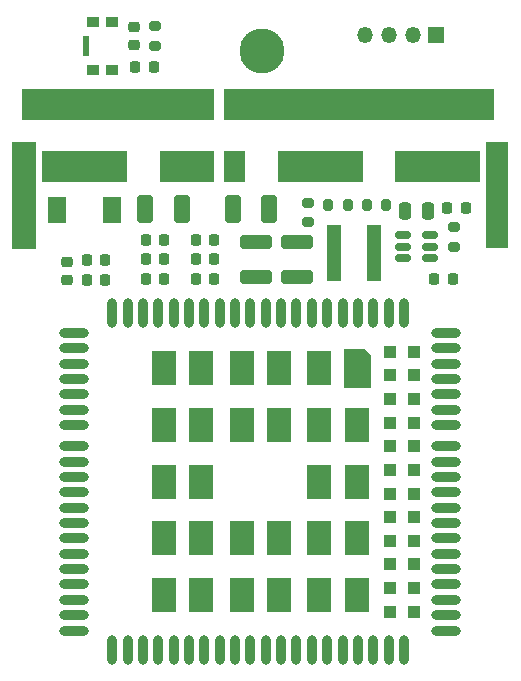
<source format=gbr>
%TF.GenerationSoftware,KiCad,Pcbnew,(6.0.2-0)*%
%TF.CreationDate,2022-10-29T16:02:39+01:00*%
%TF.ProjectId,p3-cellular-module,70332d63-656c-46c7-956c-61722d6d6f64,rev?*%
%TF.SameCoordinates,Original*%
%TF.FileFunction,Soldermask,Bot*%
%TF.FilePolarity,Negative*%
%FSLAX46Y46*%
G04 Gerber Fmt 4.6, Leading zero omitted, Abs format (unit mm)*
G04 Created by KiCad (PCBNEW (6.0.2-0)) date 2022-10-29 16:02:39*
%MOMM*%
%LPD*%
G01*
G04 APERTURE LIST*
G04 Aperture macros list*
%AMRoundRect*
0 Rectangle with rounded corners*
0 $1 Rounding radius*
0 $2 $3 $4 $5 $6 $7 $8 $9 X,Y pos of 4 corners*
0 Add a 4 corners polygon primitive as box body*
4,1,4,$2,$3,$4,$5,$6,$7,$8,$9,$2,$3,0*
0 Add four circle primitives for the rounded corners*
1,1,$1+$1,$2,$3*
1,1,$1+$1,$4,$5*
1,1,$1+$1,$6,$7*
1,1,$1+$1,$8,$9*
0 Add four rect primitives between the rounded corners*
20,1,$1+$1,$2,$3,$4,$5,0*
20,1,$1+$1,$4,$5,$6,$7,0*
20,1,$1+$1,$6,$7,$8,$9,0*
20,1,$1+$1,$8,$9,$2,$3,0*%
G04 Aperture macros list end*
%ADD10C,0.001000*%
%ADD11C,3.800000*%
%ADD12R,1.350000X1.350000*%
%ADD13O,1.350000X1.350000*%
%ADD14RoundRect,0.200000X-0.200000X-0.275000X0.200000X-0.275000X0.200000X0.275000X-0.200000X0.275000X0*%
%ADD15RoundRect,0.250000X-0.412500X-0.925000X0.412500X-0.925000X0.412500X0.925000X-0.412500X0.925000X0*%
%ADD16RoundRect,0.218750X-0.256250X0.218750X-0.256250X-0.218750X0.256250X-0.218750X0.256250X0.218750X0*%
%ADD17R,1.650000X2.300000*%
%ADD18RoundRect,0.200000X-0.275000X0.200000X-0.275000X-0.200000X0.275000X-0.200000X0.275000X0.200000X0*%
%ADD19R,1.200000X4.700000*%
%ADD20RoundRect,0.250000X0.412500X0.925000X-0.412500X0.925000X-0.412500X-0.925000X0.412500X-0.925000X0*%
%ADD21RoundRect,0.225000X-0.225000X-0.250000X0.225000X-0.250000X0.225000X0.250000X-0.225000X0.250000X0*%
%ADD22RoundRect,0.200000X0.275000X-0.200000X0.275000X0.200000X-0.275000X0.200000X-0.275000X-0.200000X0*%
%ADD23RoundRect,0.225000X0.225000X0.250000X-0.225000X0.250000X-0.225000X-0.250000X0.225000X-0.250000X0*%
%ADD24RoundRect,0.250000X-0.250000X-0.475000X0.250000X-0.475000X0.250000X0.475000X-0.250000X0.475000X0*%
%ADD25RoundRect,0.250000X-1.100000X0.325000X-1.100000X-0.325000X1.100000X-0.325000X1.100000X0.325000X0*%
%ADD26RoundRect,0.218750X-0.218750X-0.256250X0.218750X-0.256250X0.218750X0.256250X-0.218750X0.256250X0*%
%ADD27R,1.000000X0.900000*%
%ADD28R,0.550000X1.700000*%
%ADD29O,2.500000X0.800000*%
%ADD30O,0.800000X2.500000*%
%ADD31R,2.000000X3.000000*%
%ADD32R,1.100000X1.100000*%
%ADD33RoundRect,0.218750X0.256250X-0.218750X0.256250X0.218750X-0.256250X0.218750X-0.256250X-0.218750X0*%
%ADD34RoundRect,0.150000X-0.512500X-0.150000X0.512500X-0.150000X0.512500X0.150000X-0.512500X0.150000X0*%
G04 APERTURE END LIST*
G36*
X133700000Y-101300000D02*
G01*
X126500000Y-101300000D01*
X126500000Y-103900000D01*
X133700000Y-103900000D01*
X133700000Y-101300000D01*
G37*
G36*
X166000000Y-109500000D02*
G01*
X164100000Y-109500000D01*
X164100000Y-100550000D01*
X166000000Y-100550000D01*
X166000000Y-109500000D01*
G37*
G36*
X164800000Y-96050000D02*
G01*
X141900000Y-96050000D01*
X141900000Y-98700000D01*
X164800000Y-98700000D01*
X164800000Y-96050000D01*
G37*
G36*
X141100000Y-96050000D02*
G01*
X124800000Y-96050000D01*
X124800000Y-98700000D01*
X141100000Y-98700000D01*
X141100000Y-96050000D01*
G37*
G36*
X163600000Y-101300000D02*
G01*
X156400000Y-101300000D01*
X156400000Y-103900000D01*
X163600000Y-103900000D01*
X163600000Y-101300000D01*
G37*
G36*
X143700000Y-101300000D02*
G01*
X141900000Y-101300000D01*
X141900000Y-103900000D01*
X143700000Y-103900000D01*
X143700000Y-101300000D01*
G37*
G36*
X141100000Y-101300000D02*
G01*
X136500000Y-101300000D01*
X136500000Y-103900000D01*
X141100000Y-103900000D01*
X141100000Y-101300000D01*
G37*
G36*
X126000000Y-109600000D02*
G01*
X124000000Y-109600000D01*
X124000000Y-100550000D01*
X126000000Y-100550000D01*
X126000000Y-109600000D01*
G37*
G36*
X153700000Y-101300000D02*
G01*
X146500000Y-101300000D01*
X146500000Y-103900000D01*
X153700000Y-103900000D01*
X153700000Y-101300000D01*
G37*
D10*
%TO.C,U2*%
X152100000Y-121300000D02*
X154300000Y-121300000D01*
X154300000Y-121300000D02*
X154300000Y-118600000D01*
X154300000Y-118600000D02*
X153800000Y-118100000D01*
X153800000Y-118100000D02*
X152100000Y-118100000D01*
X152100000Y-118100000D02*
X152100000Y-121300000D01*
G36*
X154300000Y-118600000D02*
G01*
X154300000Y-121300000D01*
X152100000Y-121300000D01*
X152100000Y-118100000D01*
X153800000Y-118100000D01*
X154300000Y-118600000D01*
G37*
X154300000Y-118600000D02*
X154300000Y-121300000D01*
X152100000Y-121300000D01*
X152100000Y-118100000D01*
X153800000Y-118100000D01*
X154300000Y-118600000D01*
%TD*%
D11*
%TO.C,REF\u002A\u002A*%
X145100000Y-92800000D03*
%TD*%
D12*
%TO.C,J4*%
X159882000Y-91450000D03*
D13*
X157882000Y-91450000D03*
X155882000Y-91450000D03*
X153882000Y-91450000D03*
%TD*%
D14*
%TO.C,R3*%
X154000000Y-105900000D03*
X155650000Y-105900000D03*
%TD*%
D15*
%TO.C,C9*%
X142662500Y-106200000D03*
X145737500Y-106200000D03*
%TD*%
D16*
%TO.C,L2*%
X128650000Y-110662500D03*
X128650000Y-112237500D03*
%TD*%
D17*
%TO.C,E1*%
X127775000Y-106325000D03*
X132425000Y-106325000D03*
%TD*%
D18*
%TO.C,R4*%
X161400000Y-107775000D03*
X161400000Y-109425000D03*
%TD*%
D14*
%TO.C,R2*%
X150725000Y-105900000D03*
X152375000Y-105900000D03*
%TD*%
D19*
%TO.C,L1*%
X154580000Y-109925000D03*
X151270000Y-109925000D03*
%TD*%
D20*
%TO.C,C5*%
X138337500Y-106200000D03*
X135262500Y-106200000D03*
%TD*%
D21*
%TO.C,C11*%
X139525000Y-110450000D03*
X141075000Y-110450000D03*
%TD*%
%TO.C,C10*%
X139525000Y-112100000D03*
X141075000Y-112100000D03*
%TD*%
D22*
%TO.C,R1*%
X149000000Y-107325000D03*
X149000000Y-105675000D03*
%TD*%
D23*
%TO.C,C7*%
X136825000Y-110450000D03*
X135275000Y-110450000D03*
%TD*%
D21*
%TO.C,C17*%
X130275000Y-112200000D03*
X131825000Y-112200000D03*
%TD*%
D24*
%TO.C,C1*%
X157250000Y-106350000D03*
X159150000Y-106350000D03*
%TD*%
D23*
%TO.C,C8*%
X136825000Y-112100000D03*
X135275000Y-112100000D03*
%TD*%
D25*
%TO.C,C3*%
X148100000Y-109025000D03*
X148100000Y-111975000D03*
%TD*%
D26*
%TO.C,D2*%
X160812500Y-106100000D03*
X162387500Y-106100000D03*
%TD*%
D21*
%TO.C,C12*%
X139525000Y-108800000D03*
X141075000Y-108800000D03*
%TD*%
D25*
%TO.C,C19*%
X144600000Y-109025000D03*
X144600000Y-111975000D03*
%TD*%
D27*
%TO.C,SW1*%
X130850000Y-90350001D03*
X130850000Y-94449999D03*
X132450000Y-90350001D03*
X132450000Y-94449999D03*
D28*
X130225000Y-92400000D03*
%TD*%
D23*
%TO.C,C6*%
X136825000Y-108800000D03*
X135275000Y-108800000D03*
%TD*%
D21*
%TO.C,C14*%
X130275000Y-110550000D03*
X131825000Y-110550000D03*
%TD*%
D29*
%TO.C,U2*%
X160750000Y-116700000D03*
X160750000Y-118000000D03*
X160750000Y-119300000D03*
X160750000Y-120600000D03*
X160750000Y-121900000D03*
X160750000Y-123200000D03*
X160750000Y-124500000D03*
X160750000Y-128900000D03*
X160750000Y-130200000D03*
X160750000Y-131500000D03*
X160750000Y-132800000D03*
X160750000Y-134100000D03*
X160750000Y-135400000D03*
X160750000Y-136700000D03*
X160750000Y-138000000D03*
X160750000Y-139300000D03*
X160750000Y-140600000D03*
X160750000Y-141900000D03*
D30*
X154550000Y-143550000D03*
X153250000Y-143550000D03*
X151950000Y-143550000D03*
X150650000Y-143550000D03*
X149350000Y-143550000D03*
X148050000Y-143550000D03*
X146750000Y-143550000D03*
X145450000Y-143550000D03*
X144150000Y-143550000D03*
X142850000Y-143550000D03*
X141550000Y-143550000D03*
X140250000Y-143550000D03*
X138950000Y-143550000D03*
X137650000Y-143550000D03*
X136350000Y-143550000D03*
X135050000Y-143550000D03*
X133750000Y-143550000D03*
X132450000Y-143550000D03*
D29*
X129250000Y-141900000D03*
X129250000Y-140600000D03*
X129250000Y-139300000D03*
X129250000Y-138000000D03*
X129250000Y-136700000D03*
X129250000Y-135400000D03*
X129250000Y-134100000D03*
X129250000Y-132800000D03*
X129250000Y-131500000D03*
X129250000Y-130200000D03*
X129250000Y-128900000D03*
X129250000Y-124500000D03*
X129250000Y-123200000D03*
X129250000Y-121900000D03*
X129250000Y-120600000D03*
X129250000Y-119300000D03*
X129250000Y-118000000D03*
X129250000Y-116700000D03*
D30*
X132450000Y-115050000D03*
X133750000Y-115050000D03*
X135050000Y-115050000D03*
X136350000Y-115050000D03*
X137650000Y-115050000D03*
X138950000Y-115050000D03*
X140250000Y-115050000D03*
X141550000Y-115050000D03*
X142850000Y-115050000D03*
X144150000Y-115050000D03*
X145450000Y-115050000D03*
X146750000Y-115050000D03*
X148050000Y-115050000D03*
X149350000Y-115050000D03*
X150650000Y-115050000D03*
X151950000Y-115050000D03*
X153250000Y-115050000D03*
X154550000Y-115050000D03*
D31*
X136800000Y-119700000D03*
X136800000Y-124500000D03*
X136800000Y-129300000D03*
X136800000Y-134100000D03*
X136800000Y-138900000D03*
X140000000Y-119700000D03*
X140000000Y-124500000D03*
X140000000Y-129300000D03*
X140000000Y-134100000D03*
X140000000Y-138900000D03*
X143400000Y-119700000D03*
X143400000Y-124500000D03*
X143400000Y-134100000D03*
X143400000Y-138900000D03*
X146600000Y-119700000D03*
X146600000Y-124500000D03*
X146600000Y-134100000D03*
X146600000Y-138900000D03*
X150000000Y-119700000D03*
X150000000Y-124500000D03*
X150000000Y-129300000D03*
X150000000Y-134100000D03*
X150000000Y-138900000D03*
X153200000Y-124500000D03*
X153200000Y-129300000D03*
X153200000Y-134100000D03*
X153200000Y-138900000D03*
D30*
X155850000Y-115050000D03*
X157150000Y-115050000D03*
X155850000Y-143550000D03*
X157150000Y-143550000D03*
D32*
X156000000Y-118300000D03*
X156000000Y-120300000D03*
X156000000Y-122300000D03*
X156000000Y-124300000D03*
X156000000Y-126300000D03*
X156000000Y-128300000D03*
X156000000Y-130300000D03*
X156000000Y-132300000D03*
X156000000Y-134300000D03*
X156000000Y-136300000D03*
X156000000Y-138300000D03*
X156000000Y-140300000D03*
X158000000Y-118300000D03*
X158000000Y-120300000D03*
X158000000Y-122300000D03*
X158000000Y-124300000D03*
X158000000Y-126300000D03*
X158000000Y-128300000D03*
X158000000Y-130300000D03*
X158000000Y-132300000D03*
X158000000Y-134300000D03*
X158000000Y-136300000D03*
X158000000Y-138300000D03*
X158000000Y-140300000D03*
D29*
X160750000Y-126300000D03*
X160750000Y-127600000D03*
X129250000Y-127600000D03*
X129250000Y-126300000D03*
%TD*%
D18*
%TO.C,R15*%
X136050000Y-90725000D03*
X136050000Y-92375000D03*
%TD*%
D33*
%TO.C,D3*%
X134300000Y-92337500D03*
X134300000Y-90762500D03*
%TD*%
D26*
%TO.C,D1*%
X134412500Y-94150000D03*
X135987500Y-94150000D03*
%TD*%
D34*
%TO.C,U1*%
X157062500Y-110350000D03*
X157062500Y-109400000D03*
X157062500Y-108450000D03*
X159337500Y-108450000D03*
X159337500Y-109400000D03*
X159337500Y-110350000D03*
%TD*%
D23*
%TO.C,C2*%
X161275000Y-112150000D03*
X159725000Y-112150000D03*
%TD*%
M02*

</source>
